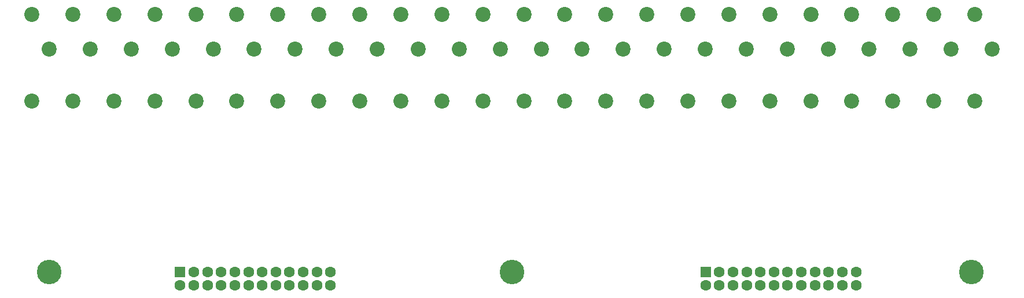
<source format=gbr>
G04 #@! TF.GenerationSoftware,KiCad,Pcbnew,(5.0.0)*
G04 #@! TF.CreationDate,2019-02-27T09:15:48+01:00*
G04 #@! TF.ProjectId,Potentiometer_mount_24LED,506F74656E74696F6D657465725F6D6F,rev?*
G04 #@! TF.SameCoordinates,Original*
G04 #@! TF.FileFunction,Soldermask,Bot*
G04 #@! TF.FilePolarity,Negative*
%FSLAX46Y46*%
G04 Gerber Fmt 4.6, Leading zero omitted, Abs format (unit mm)*
G04 Created by KiCad (PCBNEW (5.0.0)) date 02/27/19 09:15:48*
%MOMM*%
%LPD*%
G01*
G04 APERTURE LIST*
%ADD10C,3.600000*%
%ADD11C,2.200000*%
%ADD12C,1.600000*%
%ADD13R,1.600000X1.600000*%
G04 APERTURE END LIST*
D10*
G04 #@! TO.C,*
X157500000Y-85000000D03*
G04 #@! TD*
G04 #@! TO.C,*
X90300000Y-85000000D03*
G04 #@! TD*
D11*
G04 #@! TO.C,LED 1*
X20000000Y-47300000D03*
X22540000Y-52380000D03*
X20000000Y-60000000D03*
G04 #@! TD*
G04 #@! TO.C,LED 2*
X26000000Y-60000000D03*
X28540000Y-52380000D03*
X26000000Y-47300000D03*
G04 #@! TD*
G04 #@! TO.C,LED 3*
X32000000Y-47300000D03*
X34540000Y-52380000D03*
X32000000Y-60000000D03*
G04 #@! TD*
G04 #@! TO.C,LED 4*
X38000000Y-60000000D03*
X40540000Y-52380000D03*
X38000000Y-47300000D03*
G04 #@! TD*
D12*
G04 #@! TO.C,From Stimulator*
X63700000Y-87000000D03*
X61700000Y-87000000D03*
X59700000Y-87000000D03*
X57700000Y-87000000D03*
X55700000Y-87000000D03*
X53700000Y-87000000D03*
X51700000Y-87000000D03*
X49700000Y-87000000D03*
X47700000Y-87000000D03*
X45700000Y-87000000D03*
X43700000Y-87000000D03*
X41700000Y-87000000D03*
X63700000Y-85000000D03*
X61700000Y-85000000D03*
X59700000Y-85000000D03*
X57700000Y-85000000D03*
X55700000Y-85000000D03*
X53700000Y-85000000D03*
X51700000Y-85000000D03*
X49700000Y-85000000D03*
X47700000Y-85000000D03*
X45700000Y-85000000D03*
X43700000Y-85000000D03*
D13*
X41700000Y-85000000D03*
G04 #@! TD*
G04 #@! TO.C,To LED*
X118600000Y-85000000D03*
D12*
X120600000Y-85000000D03*
X122600000Y-85000000D03*
X124600000Y-85000000D03*
X126600000Y-85000000D03*
X128600000Y-85000000D03*
X130600000Y-85000000D03*
X132600000Y-85000000D03*
X134600000Y-85000000D03*
X136600000Y-85000000D03*
X138600000Y-85000000D03*
X140600000Y-85000000D03*
X118600000Y-87000000D03*
X120600000Y-87000000D03*
X122600000Y-87000000D03*
X124600000Y-87000000D03*
X126600000Y-87000000D03*
X128600000Y-87000000D03*
X130600000Y-87000000D03*
X132600000Y-87000000D03*
X134600000Y-87000000D03*
X136600000Y-87000000D03*
X138600000Y-87000000D03*
X140600000Y-87000000D03*
G04 #@! TD*
D11*
G04 #@! TO.C,LED 5*
X44000000Y-60000000D03*
X46540000Y-52380000D03*
X44000000Y-47300000D03*
G04 #@! TD*
G04 #@! TO.C,LED 6*
X50000000Y-47300000D03*
X52540000Y-52380000D03*
X50000000Y-60000000D03*
G04 #@! TD*
G04 #@! TO.C,LED 7*
X56000000Y-60000000D03*
X58540000Y-52380000D03*
X56000000Y-47300000D03*
G04 #@! TD*
G04 #@! TO.C,LED 8*
X62000000Y-47300000D03*
X64540000Y-52380000D03*
X62000000Y-60000000D03*
G04 #@! TD*
G04 #@! TO.C,LED 9*
X68000000Y-60000000D03*
X70540000Y-52380000D03*
X68000000Y-47300000D03*
G04 #@! TD*
G04 #@! TO.C,LED 10*
X74000000Y-47300000D03*
X76540000Y-52380000D03*
X74000000Y-60000000D03*
G04 #@! TD*
G04 #@! TO.C, LED 11*
X80000000Y-60000000D03*
X82540000Y-52380000D03*
X80000000Y-47300000D03*
G04 #@! TD*
G04 #@! TO.C,LED 12*
X86000000Y-60000000D03*
X88540000Y-52380000D03*
X86000000Y-47300000D03*
G04 #@! TD*
G04 #@! TO.C,LED 13*
X92000000Y-60000000D03*
X94540000Y-52380000D03*
X92000000Y-47300000D03*
G04 #@! TD*
G04 #@! TO.C,LED 14*
X98000000Y-47300000D03*
X100540000Y-52380000D03*
X98000000Y-60000000D03*
G04 #@! TD*
G04 #@! TO.C,LED 15*
X104000000Y-60000000D03*
X106540000Y-52380000D03*
X104000000Y-47300000D03*
G04 #@! TD*
G04 #@! TO.C,LED 16*
X110000000Y-47300000D03*
X112540000Y-52380000D03*
X110000000Y-60000000D03*
G04 #@! TD*
G04 #@! TO.C,LED 17*
X116000000Y-60000000D03*
X118540000Y-52380000D03*
X116000000Y-47300000D03*
G04 #@! TD*
G04 #@! TO.C,LED 18*
X122000000Y-47300000D03*
X124540000Y-52380000D03*
X122000000Y-60000000D03*
G04 #@! TD*
G04 #@! TO.C,LED 19*
X128000000Y-60000000D03*
X130540000Y-52380000D03*
X128000000Y-47300000D03*
G04 #@! TD*
G04 #@! TO.C,LED 20*
X134000000Y-47300000D03*
X136540000Y-52380000D03*
X134000000Y-60000000D03*
G04 #@! TD*
G04 #@! TO.C,LED 21*
X140000000Y-60000000D03*
X142540000Y-52380000D03*
X140000000Y-47300000D03*
G04 #@! TD*
G04 #@! TO.C,LED 22*
X146000000Y-47300000D03*
X148540000Y-52380000D03*
X146000000Y-60000000D03*
G04 #@! TD*
G04 #@! TO.C,LED 23*
X152000000Y-60000000D03*
X154540000Y-52380000D03*
X152000000Y-47300000D03*
G04 #@! TD*
G04 #@! TO.C,LED 24*
X158000000Y-47300000D03*
X160540000Y-52380000D03*
X158000000Y-60000000D03*
G04 #@! TD*
D10*
G04 #@! TO.C,*
X22500000Y-85000000D03*
G04 #@! TD*
M02*

</source>
